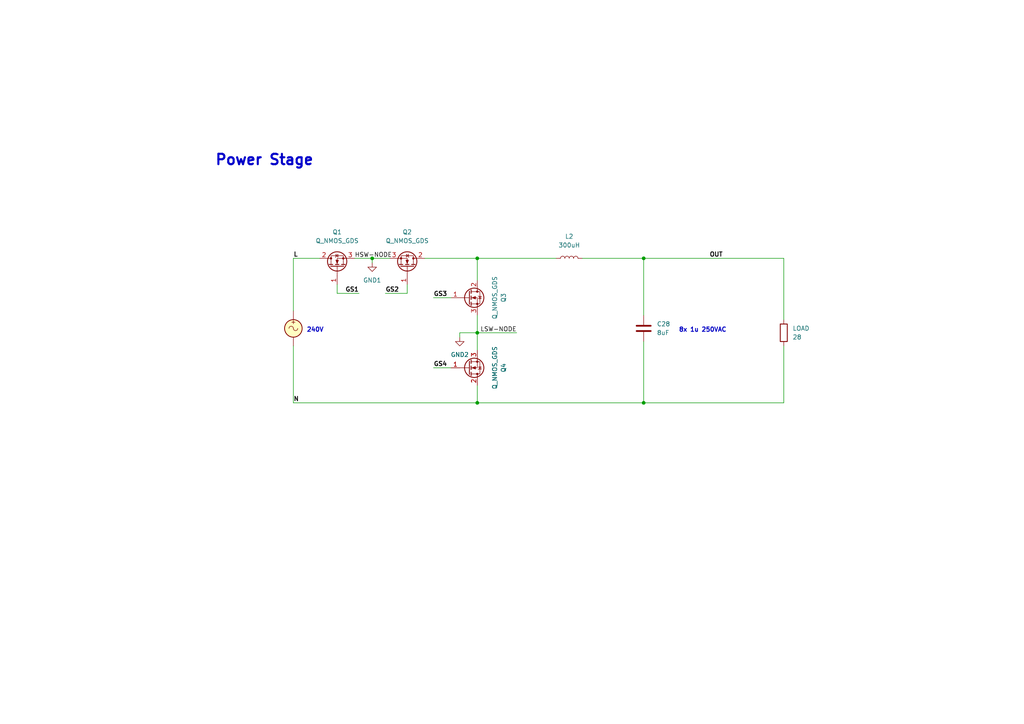
<source format=kicad_sch>
(kicad_sch (version 20211123) (generator eeschema)
  (paper "A4")
  (title_block (title "Power Stage") (date "2023-04-19") (rev "V1") (company "Kei Carden"))
  (lib_symbols
    (symbol "Device:C" (pin_numbers hide) (pin_names (offset 0.254))
      (property "Reference" "C" (at 0.635 2.54 0))
      (property "Value" "C" (at 0.635 -2.54 0))
      (symbol "C_0_1"
        (polyline (pts (xy -2.032 -0.762) (xy 2.032 -0.762)) (stroke (width 0.508)))
        (polyline (pts (xy -2.032 0.762) (xy 2.032 0.762)) (stroke (width 0.508)))
      )
      (symbol "C_1_1"
        (pin passive line (at 0 3.81 270) (length 2.794) (name "~") (number "1"))
        (pin passive line (at 0 -3.81 90) (length 2.794) (name "~") (number "2"))
      )
    )
    (symbol "Device:L" (pin_numbers hide) (pin_names (offset 1.016) hide)
      (property "Reference" "L" (at -1.27 0 90))
      (property "Value" "L" (at 1.905 0 90))
      (symbol "L_0_1"
        (arc (start 0 -2.54) (mid 0.635 -1.905) (end 0 -1.27))
        (arc (start 0 -1.27) (mid 0.635 -0.635) (end 0 0))
        (arc (start 0 0) (mid 0.635 0.635) (end 0 1.27))
        (arc (start 0 1.27) (mid 0.635 1.905) (end 0 2.54))
      )
      (symbol "L_1_1"
        (pin passive line (at 0 3.81 270) (length 1.27) (name "1") (number "1"))
        (pin passive line (at 0 -3.81 90) (length 1.27) (name "2") (number "2"))
      )
    )
    (symbol "Device:Q_NMOS_GDS" (pin_names (offset 0) hide)
      (property "Reference" "Q" (at 5.08 1.27 0))
      (property "Value" "Q_NMOS_GDS" (at 5.08 -1.27 0))
      (symbol "Q_NMOS_GDS_0_1"
        (polyline (pts (xy 0.254 0) (xy -2.54 0)))
        (polyline (pts (xy 0.254 1.905) (xy 0.254 -1.905)) (stroke (width 0.254)))
        (polyline (pts (xy 0.762 -1.27) (xy 0.762 -2.286)) (stroke (width 0.254)))
        (polyline (pts (xy 0.762 0.508) (xy 0.762 -0.508)) (stroke (width 0.254)))
        (polyline (pts (xy 0.762 2.286) (xy 0.762 1.27)) (stroke (width 0.254)))
        (polyline (pts (xy 2.54 2.54) (xy 2.54 1.778)))
        (polyline (pts (xy 2.54 -2.54) (xy 2.54 0) (xy 0.762 0)))
        (polyline (pts (xy 0.762 -1.778) (xy 3.302 -1.778) (xy 3.302 1.778) (xy 0.762 1.778)))
        (polyline (pts (xy 1.016 0) (xy 2.032 0.381) (xy 2.032 -0.381) (xy 1.016 0)) (fill (type outline)))
        (polyline (pts (xy 2.794 0.508) (xy 2.921 0.381) (xy 3.683 0.381) (xy 3.81 0.254)))
        (polyline (pts (xy 3.302 0.381) (xy 2.921 -0.254) (xy 3.683 -0.254) (xy 3.302 0.381)))
        (circle (center 1.651 0) (radius 2.794) (stroke (width 0.254)))
        (circle (center 2.54 -1.778) (radius 0.254) (fill (type outline)))
        (circle (center 2.54 1.778) (radius 0.254) (fill (type outline)))
      )
      (symbol "Q_NMOS_GDS_1_1"
        (pin input line (at -5.08 0 0) (length 2.54) (name "G") (number "1"))
        (pin passive line (at 2.54 5.08 270) (length 2.54) (name "D") (number "2"))
        (pin passive line (at 2.54 -5.08 90) (length 2.54) (name "S") (number "3"))
      )
    )
    (symbol "Device:R" (pin_numbers hide) (pin_names (offset 0))
      (property "Reference" "R" (at 2.032 0 90))
      (property "Value" "R" (at 0 0 90))
      (symbol "R_0_1"
        (rectangle (start -1.016 -2.54) (end 1.016 2.54) (stroke (width 0.254)))
      )
      (symbol "R_1_1"
        (pin passive line (at 0 3.81 270) (length 1.27) (name "~") (number "1"))
        (pin passive line (at 0 -3.81 90) (length 1.27) (name "~") (number "2"))
      )
    )
    (symbol "Simulation_SPICE:VSIN" (pin_numbers hide) (pin_names (offset 0.0254))
      (property "Reference" "V" (at 2.54 2.54 0))
      (property "Value" "VSIN" (at 2.54 0 0))
      (property "Spice_Model" "sin(0 1 1k)" (at 2.54 -2.54 0))
      (symbol "VSIN_0_0"
        (arc (start 0 0) (mid -0.635 0.635) (end -1.27 0))
        (arc (start 0 0) (mid 0.635 -0.635) (end 1.27 0))
        (text "+" (at 0 1.905 0) (effects (font (size 1.27 1.27))))
      )
      (symbol "VSIN_0_1"
        (circle (center 0 0) (radius 2.54) (stroke (width 0.254)) (fill (type background)))
      )
      (symbol "VSIN_1_1"
        (pin passive line (at 0 5.08 270) (length 2.54) (name "~") (number "1"))
        (pin passive line (at 0 -5.08 90) (length 2.54) (name "~") (number "2"))
      )
    )
    (symbol "power:GND1" (power) (pin_names (offset 0))
      (property "Value" "GND1" (at 0 -3.81 0))
      (symbol "GND1_0_1"
        (polyline (pts (xy 0 0) (xy 0 -1.27) (xy 1.27 -1.27) (xy 0 -2.54) (xy -1.27 -1.27) (xy 0 -1.27)))
      )
      (symbol "GND1_1_1"
        (pin power_in line (at 0 0 270) (length 0) hide (name "GND1") (number "1"))
      )
    )
    (symbol "power:GND2" (power) (pin_names (offset 0))
      (property "Value" "GND2" (at 0 -3.81 0))
      (symbol "GND2_0_1"
        (polyline (pts (xy 0 0) (xy 0 -1.27) (xy 1.27 -1.27) (xy 0 -2.54) (xy -1.27 -1.27) (xy 0 -1.27)))
      )
      (symbol "GND2_1_1"
        (pin power_in line (at 0 0 270) (length 0) hide (name "GND2") (number "1"))
      )
    )
  )
  (junction (at 186.69 74.93))
  (junction (at 138.43 74.93))
  (junction (at 138.43 116.84))
  (junction (at 138.43 96.52))
  (junction (at 107.95 74.93))
  (junction (at 186.69 116.84))
  (wire (pts (xy 227.33 92.71) (xy 227.33 74.93)))
  (wire (pts (xy 138.43 96.52) (xy 149.86 96.52)))
  (wire (pts (xy 118.11 82.55) (xy 118.11 85.09)))
  (wire (pts (xy 104.14 85.09) (xy 97.79 85.09)))
  (wire (pts (xy 227.33 74.93) (xy 186.69 74.93)))
  (wire (pts (xy 85.09 100.33) (xy 85.09 116.84)))
  (wire (pts (xy 138.43 91.44) (xy 138.43 96.52)))
  (wire (pts (xy 186.69 99.06) (xy 186.69 116.84)))
  (wire (pts (xy 107.95 74.93) (xy 113.03 74.93)))
  (wire (pts (xy 123.19 74.93) (xy 138.43 74.93)))
  (wire (pts (xy 138.43 96.52) (xy 138.43 101.6)))
  (wire (pts (xy 138.43 116.84) (xy 138.43 111.76)))
  (wire (pts (xy 138.43 74.93) (xy 161.29 74.93)))
  (wire (pts (xy 133.35 96.52) (xy 138.43 96.52)))
  (wire (pts (xy 85.09 74.93) (xy 92.71 74.93)))
  (wire (pts (xy 168.91 74.93) (xy 186.69 74.93)))
  (wire (pts (xy 133.35 96.52) (xy 133.35 97.79)))
  (wire (pts (xy 85.09 116.84) (xy 138.43 116.84)))
  (wire (pts (xy 186.69 74.93) (xy 186.69 91.44)))
  (wire (pts (xy 186.69 116.84) (xy 138.43 116.84)))
  (wire (pts (xy 118.11 85.09) (xy 111.76 85.09)))
  (wire (pts (xy 227.33 116.84) (xy 227.33 100.33)))
  (wire (pts (xy 102.87 74.93) (xy 107.95 74.93)))
  (wire (pts (xy 186.69 116.84) (xy 227.33 116.84)))
  (wire (pts (xy 125.73 86.36) (xy 130.81 86.36)))
  (wire (pts (xy 125.73 106.68) (xy 130.81 106.68)))
  (wire (pts (xy 85.09 74.93) (xy 85.09 90.17)))
  (wire (pts (xy 107.95 74.93) (xy 107.95 76.2)))
  (wire (pts (xy 138.43 81.28) (xy 138.43 74.93)))
  (wire (pts (xy 97.79 82.55) (xy 97.79 85.09)))
  (text "240V\n" (at 88.9 96.52 0) (effects (font (size 1.27 1.27) bold) (justify left bottom)))
  (text "8x 1u 250VAC\n" (at 196.85 96.52 0) (effects (font (size 1.27 1.27) bold) (justify left bottom)))
  (text "Power Stage" (at 62.23 48.26 0) (effects (font (size 3 3) (thickness 0.6) bold) (justify left bottom)))
  (label "GS1" (at 104.14 85.09 180) (effects (font bold)))
  (label "GS4" (at 125.73 106.68 0) (effects (font bold)))
  (label "GS3" (at 125.73 86.36 0) (effects (font bold)))
  (label "HSW-NODE" (at 102.87 74.93 0))
  (label "OUT" (at 205.74 74.93 0) (effects (font bold)))
  (label "N" (at 85.09 116.84 0) (effects (font bold)))
  (label "L" (at 85.09 74.93 0) (effects (font bold)))
  (label "LSW-NODE" (at 149.86 96.52 180))
  (label "GS2" (at 111.76 85.09 0) (effects (font bold)))
  (symbol (lib_id "Device:Q_NMOS_GDS") (at 135.89 86.36 0) (unit 1)
    (property "Reference" "Q3" (at 146.05 86.36 90))
    (property "Value" "Q_NMOS_GDS" (at 143.51 86.36 90))
  )
  (symbol (lib_id "Device:Q_NMOS_GDS") (at 97.79 77.47 90) (unit 1)
    (property "Reference" "Q1" (at 97.79 67.31 90))
    (property "Value" "Q_NMOS_GDS" (at 97.79 69.85 90))
  )
  (symbol (lib_id "Device:L") (at 165.1 74.93 90) (unit 1)
    (property "Reference" "L2" (at 165.1 68.58 90))
    (property "Value" "300uH" (at 165.1 71.12 90))
  )
  (symbol (lib_id "power:GND1") (at 107.95 76.2 0) (unit 1)
    (property "Reference" "#PWR?" (effects hide))
    (property "Value" "GND1" (at 107.95 81.28 0))
  )
  (symbol (lib_id "Device:Q_NMOS_GDS") (at 135.89 106.68 0) (mirror x) (unit 1)
    (property "Reference" "Q4" (at 146.05 106.68 90))
    (property "Value" "Q_NMOS_GDS" (at 143.51 106.68 90))
  )
  (symbol (lib_id "Device:Q_NMOS_GDS") (at 118.11 77.47 270) (mirror x) (unit 1)
    (property "Reference" "Q2" (at 118.11 67.31 90))
    (property "Value" "Q_NMOS_GDS" (at 118.11 69.85 90))
  )
  (symbol (lib_id "power:GND2") (at 133.35 97.79 0) (unit 1)
    (property "Reference" "#PWR?" (effects hide))
    (property "Value" "GND2" (at 133.35 102.87 0))
  )
  (symbol (lib_id "Simulation_SPICE:VSIN") (at 85.09 95.25 0) (unit 1)
    (property "Reference" "V4" (effects hide))
    (property "Value" "VSIN" (effects hide))
    (property "Spice_Netlist_Enabled" "Y" (effects hide))
    (property "Spice_Primitive" "V" (effects hide))
    (property "Spice_Model" "sin(0 1 1k)" (effects hide))
  )
  (symbol (lib_id "Device:R") (at 227.33 96.52 0) (unit 1)
    (property "Reference" "LOAD" (at 229.87 95.2499 0) (effects (justify left)))
    (property "Value" "28" (at 229.87 97.7899 0) (effects (justify left)))
  )
  (symbol (lib_id "Device:C") (at 186.69 95.25 0) (unit 1)
    (property "Reference" "C28" (at 190.5 93.9799 0) (effects (justify left)))
    (property "Value" "8uF" (at 190.5 96.5199 0) (effects (justify left)))
  )
)
</source>
